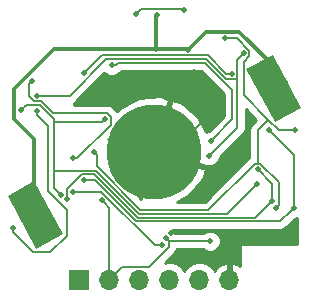
<source format=gbl>
G04 #@! TF.GenerationSoftware,KiCad,Pcbnew,5.0.0*
G04 #@! TF.CreationDate,2018-09-21T06:24:59-04:00*
G04 #@! TF.ProjectId,v1,76312E6B696361645F70636200000000,rev?*
G04 #@! TF.SameCoordinates,Original*
G04 #@! TF.FileFunction,Copper,L2,Bot,Signal*
G04 #@! TF.FilePolarity,Positive*
%FSLAX46Y46*%
G04 Gerber Fmt 4.6, Leading zero omitted, Abs format (unit mm)*
G04 Created by KiCad (PCBNEW 5.0.0) date Fri Sep 21 06:24:59 2018*
%MOMM*%
%LPD*%
G01*
G04 APERTURE LIST*
G04 #@! TA.AperFunction,ComponentPad*
%ADD10R,1.700000X1.700000*%
G04 #@! TD*
G04 #@! TA.AperFunction,ComponentPad*
%ADD11O,1.700000X1.700000*%
G04 #@! TD*
G04 #@! TA.AperFunction,BGAPad,CuDef*
%ADD12C,8.000000*%
G04 #@! TD*
G04 #@! TA.AperFunction,SMDPad,CuDef*
%ADD13C,2.540000*%
G04 #@! TD*
G04 #@! TA.AperFunction,Conductor*
%ADD14C,0.100000*%
G04 #@! TD*
G04 #@! TA.AperFunction,ViaPad*
%ADD15C,0.508000*%
G04 #@! TD*
G04 #@! TA.AperFunction,Conductor*
%ADD16C,0.152400*%
G04 #@! TD*
G04 #@! TA.AperFunction,Conductor*
%ADD17C,0.304800*%
G04 #@! TD*
G04 #@! TA.AperFunction,Conductor*
%ADD18C,0.254000*%
G04 #@! TD*
G04 APERTURE END LIST*
D10*
G04 #@! TO.P,J1,1*
G04 #@! TO.N,MISO*
X188849000Y-138620500D03*
D11*
G04 #@! TO.P,J1,2*
G04 #@! TO.N,+3V3*
X191389000Y-138620500D03*
G04 #@! TO.P,J1,3*
G04 #@! TO.N,SCK*
X193929000Y-138620500D03*
G04 #@! TO.P,J1,4*
G04 #@! TO.N,CP6*
X196469000Y-138620500D03*
G04 #@! TO.P,J1,5*
G04 #@! TO.N,RESET*
X199009000Y-138620500D03*
G04 #@! TO.P,J1,6*
G04 #@! TO.N,GND*
X201549000Y-138620500D03*
G04 #@! TD*
D12*
G04 #@! TO.P,BT1,2*
G04 #@! TO.N,GND*
X195199000Y-127762000D03*
D13*
G04 #@! TO.P,BT1,1*
G04 #@! TO.N,Net-(BT1-Pad1)*
X185106908Y-133128060D03*
D14*
G04 #@! TD*
G04 #@! TO.N,Net-(BT1-Pad1)*
G04 #@! TO.C,BT1*
G36*
X185178022Y-135966976D02*
X182793107Y-131481602D01*
X185035794Y-130289144D01*
X187420709Y-134774518D01*
X185178022Y-135966976D01*
X185178022Y-135966976D01*
G37*
D13*
G04 #@! TO.P,BT1,1*
G04 #@! TO.N,Net-(BT1-Pad1)*
X205291092Y-122395940D03*
D14*
G04 #@! TD*
G04 #@! TO.N,Net-(BT1-Pad1)*
G04 #@! TO.C,BT1*
G36*
X205362206Y-125234856D02*
X202977291Y-120749482D01*
X205219978Y-119557024D01*
X207604893Y-124042398D01*
X205362206Y-125234856D01*
X205362206Y-125234856D01*
G37*
D15*
G04 #@! TO.N,GND*
X196621400Y-134624584D03*
X199898000Y-125095000D03*
X199390000Y-130175000D03*
X191820800Y-121589800D03*
X198247000Y-126238000D03*
X190500000Y-122428000D03*
X198513700Y-120980200D03*
G04 #@! TO.N,Net-(BT1-Pad1)*
X195326000Y-119062500D03*
X195389500Y-116205000D03*
X198056500Y-119126000D03*
G04 #@! TO.N,+3V3*
X199961500Y-126873000D03*
X190754000Y-131876800D03*
X196138800Y-135077200D03*
X191566800Y-120446800D03*
X199923400Y-135331196D03*
G04 #@! TO.N,Net-(RBOT1-Pad1)*
X193624200Y-116078000D03*
X197688200Y-115747800D03*
G04 #@! TO.N,Net-(D10-Pad2)*
X203898500Y-130492496D03*
X187262359Y-131402566D03*
X183896000Y-124269500D03*
X191008000Y-125031500D03*
G04 #@! TO.N,Net-(D1-Pad2)*
X184835800Y-121767600D03*
X188316788Y-131140200D03*
X188315600Y-128295400D03*
X195854481Y-135673276D03*
G04 #@! TO.N,Net-(D10-Pad1)*
X205486000Y-132524500D03*
X201168000Y-118173500D03*
X190055500Y-127762000D03*
X207086200Y-125971300D03*
G04 #@! TO.N,Net-(D1-Pad1)*
X189261000Y-130175000D03*
X204876402Y-125958602D03*
X206971900Y-132537200D03*
G04 #@! TO.N,Net-(D11-Pad1)*
X205137000Y-131946066D03*
X187807600Y-131775200D03*
X203923191Y-129273009D03*
G04 #@! TO.N,Net-(J3-Pad1)*
X189230000Y-121094500D03*
X201739500Y-121158000D03*
G04 #@! TO.N,Net-(D12-Pad1)*
X199847200Y-128117600D03*
X202755500Y-119443500D03*
X183261000Y-134239000D03*
X185229500Y-124282222D03*
X185242200Y-123012206D03*
G04 #@! TD*
D16*
G04 #@! TO.N,GND*
X199898000Y-125095000D02*
X199390000Y-125095000D01*
X198500999Y-125984001D02*
X198247000Y-126238000D01*
X199390000Y-125095000D02*
X198500999Y-125984001D01*
X191820800Y-121589800D02*
X191338200Y-121589800D01*
X191338200Y-121589800D02*
X190500000Y-122428000D01*
X198513700Y-120980200D02*
X199898000Y-122364500D01*
X199898000Y-122364500D02*
X199898000Y-125095000D01*
D17*
G04 #@! TO.N,Net-(BT1-Pad1)*
X195326000Y-116268500D02*
X195389500Y-116205000D01*
X195326000Y-119062500D02*
X195326000Y-116268500D01*
X183324500Y-125031500D02*
X184975500Y-126682500D01*
X195326000Y-119062500D02*
X186713874Y-119062500D01*
X184975500Y-126682500D02*
X184975500Y-132996652D01*
X186713874Y-119062500D02*
X183324500Y-122451874D01*
X183324500Y-122451874D02*
X183324500Y-125031500D01*
X184975500Y-132996652D02*
X185106908Y-133128060D01*
X205291092Y-122395940D02*
X205291092Y-120518592D01*
X195326000Y-119062500D02*
X197993000Y-119062500D01*
X205291092Y-120518592D02*
X202387199Y-117614699D01*
X202387199Y-117614699D02*
X199567801Y-117614699D01*
X198310499Y-118872001D02*
X198056500Y-119126000D01*
X199567801Y-117614699D02*
X198310499Y-118872001D01*
X197993000Y-119062500D02*
X198056500Y-119126000D01*
D16*
G04 #@! TO.N,+3V3*
X191007999Y-132130799D02*
X190754000Y-131876800D01*
X191389000Y-138620500D02*
X191389000Y-132511800D01*
X191389000Y-132511800D02*
X191007999Y-132130799D01*
X191389000Y-138620500D02*
X192467601Y-137541899D01*
X196392799Y-135842251D02*
X196392799Y-135331199D01*
X196392799Y-135331199D02*
X196138800Y-135077200D01*
X194693151Y-137541899D02*
X196392799Y-135842251D01*
X192467601Y-137541899D02*
X194693151Y-137541899D01*
X196392802Y-135331196D02*
X199564190Y-135331196D01*
X196392799Y-135331199D02*
X196392802Y-135331196D01*
X199564190Y-135331196D02*
X199923400Y-135331196D01*
X199961500Y-126873000D02*
X201803000Y-125031500D01*
X199466200Y-120243600D02*
X192129210Y-120243600D01*
X201803000Y-125031500D02*
X201803000Y-122580400D01*
X201803000Y-122580400D02*
X199466200Y-120243600D01*
X192129210Y-120243600D02*
X191926010Y-120446800D01*
X191926010Y-120446800D02*
X191566800Y-120446800D01*
G04 #@! TO.N,Net-(RBOT1-Pad1)*
X193624200Y-116078000D02*
X194056000Y-115646200D01*
X194056000Y-115646200D02*
X197586600Y-115646200D01*
X197586600Y-115646200D02*
X197688200Y-115747800D01*
G04 #@! TO.N,Net-(D10-Pad2)*
X186690000Y-125285500D02*
X186690000Y-129540000D01*
X186690000Y-129413000D02*
X186690000Y-129540000D01*
X186715411Y-129387589D02*
X186690000Y-129413000D01*
X190245989Y-129387589D02*
X186715411Y-129387589D01*
X193890900Y-133032500D02*
X190245989Y-129387589D01*
X203898500Y-130492496D02*
X201358496Y-133032500D01*
X201358496Y-133032500D02*
X193890900Y-133032500D01*
X187008360Y-131148567D02*
X187262359Y-131402566D01*
X186690000Y-129540000D02*
X186690000Y-130830207D01*
X186690000Y-130830207D02*
X187008360Y-131148567D01*
X184365888Y-123799612D02*
X184149999Y-124015501D01*
X184149999Y-124015501D02*
X183896000Y-124269500D01*
X186690000Y-125015750D02*
X185473862Y-123799612D01*
X186690000Y-125285500D02*
X186690000Y-125015750D01*
X185473862Y-123799612D02*
X184365888Y-123799612D01*
X186690001Y-125285499D02*
X186690000Y-125285500D01*
X190754001Y-125285499D02*
X186690001Y-125285499D01*
X191008000Y-125031500D02*
X190754001Y-125285499D01*
G04 #@! TO.N,Net-(D1-Pad2)*
X188316788Y-131140200D02*
X190703934Y-131140200D01*
X190703934Y-131140200D02*
X195237010Y-135673276D01*
X195237010Y-135673276D02*
X195495271Y-135673276D01*
X195495271Y-135673276D02*
X195854481Y-135673276D01*
X186639200Y-124510800D02*
X185623208Y-123494808D01*
X191201550Y-124510800D02*
X186639200Y-124510800D01*
X185623208Y-123494808D02*
X185035958Y-123494808D01*
X184581801Y-122021599D02*
X184835800Y-121767600D01*
X191490601Y-124799851D02*
X191201550Y-124510800D01*
X191490601Y-125479609D02*
X191490601Y-124799851D01*
X185035958Y-123494808D02*
X184581801Y-123040651D01*
X188315600Y-128295400D02*
X188674810Y-128295400D01*
X188674810Y-128295400D02*
X191490601Y-125479609D01*
X184581801Y-123040651D02*
X184581801Y-122021599D01*
G04 #@! TO.N,Net-(D10-Pad1)*
X204164908Y-128790408D02*
X205739999Y-130365499D01*
X205739999Y-130365499D02*
X205739999Y-132270501D01*
X205739999Y-132270501D02*
X205486000Y-132524500D01*
X201527210Y-118173500D02*
X201168000Y-118173500D01*
X202199750Y-118173500D02*
X201527210Y-118173500D01*
X203238101Y-119211851D02*
X202199750Y-118173500D01*
X202748681Y-122992681D02*
X202748681Y-120164569D01*
X202748681Y-120164569D02*
X203238101Y-119675149D01*
X203238101Y-119675149D02*
X203238101Y-119211851D01*
X204825600Y-125069600D02*
X202748681Y-122992681D01*
X203936600Y-125958600D02*
X204825600Y-125069600D01*
X203936600Y-128790408D02*
X203936600Y-125958600D01*
X203936600Y-128790408D02*
X204164908Y-128790408D01*
X206726990Y-125971300D02*
X207086200Y-125971300D01*
X205727300Y-125971300D02*
X206726990Y-125971300D01*
X204825600Y-125069600D02*
X205727300Y-125971300D01*
X194005200Y-132715000D02*
X199766950Y-132715000D01*
X199766950Y-132715000D02*
X203691542Y-128790408D01*
X190309499Y-128015999D02*
X190309499Y-129019299D01*
X203691542Y-128790408D02*
X203936600Y-128790408D01*
X190055500Y-127762000D02*
X190309499Y-128015999D01*
X190309499Y-129019299D02*
X194005200Y-132715000D01*
G04 #@! TO.N,Net-(D1-Pad1)*
X204876402Y-125958602D02*
X206971900Y-128054100D01*
X206971900Y-128054100D02*
X206971900Y-132177990D01*
X206717901Y-132791199D02*
X206971900Y-132537200D01*
X193662300Y-133667500D02*
X205841600Y-133667500D01*
X205841600Y-133667500D02*
X206717901Y-132791199D01*
X190169800Y-130175000D02*
X193662300Y-133667500D01*
X206971900Y-132177990D02*
X206971900Y-132537200D01*
X189261000Y-130175000D02*
X190169800Y-130175000D01*
G04 #@! TO.N,Net-(D11-Pad1)*
X205137000Y-131946066D02*
X203733066Y-133350000D01*
X189029351Y-129692399D02*
X187807600Y-130914150D01*
X187807600Y-130914150D02*
X187807600Y-131415990D01*
X187807600Y-131415990D02*
X187807600Y-131775200D01*
X190118999Y-129692399D02*
X189029351Y-129692399D01*
X203733066Y-133350000D02*
X193776600Y-133350000D01*
X193776600Y-133350000D02*
X190118999Y-129692399D01*
X205137000Y-130486818D02*
X205137000Y-131946066D01*
X203923191Y-129273009D02*
X205137000Y-130486818D01*
G04 #@! TO.N,Net-(J3-Pad1)*
X190715899Y-119608601D02*
X189230000Y-121094500D01*
X199697101Y-119608601D02*
X190715899Y-119608601D01*
X201739500Y-121158000D02*
X201246500Y-121158000D01*
X201246500Y-121158000D02*
X199697101Y-119608601D01*
G04 #@! TO.N,Net-(D12-Pad1)*
X202222101Y-125742699D02*
X200101199Y-127863601D01*
X200101199Y-127863601D02*
X199847200Y-128117600D01*
X202755500Y-119443500D02*
X202222101Y-119976899D01*
X202222101Y-119976899D02*
X202222101Y-122885200D01*
X202222101Y-122885200D02*
X202222101Y-125742699D01*
X185229500Y-124641432D02*
X185229500Y-124282222D01*
X186182000Y-125593932D02*
X185229500Y-124641432D01*
X183261000Y-134598210D02*
X184933790Y-136271000D01*
X183261000Y-134239000D02*
X183261000Y-134598210D01*
X184933790Y-136271000D02*
X186372500Y-136271000D01*
X186372500Y-136271000D02*
X187769500Y-134874000D01*
X187769500Y-134874000D02*
X187769500Y-132667250D01*
X186182000Y-131079750D02*
X186182000Y-125593932D01*
X187769500Y-132667250D02*
X186182000Y-131079750D01*
X191099950Y-119938800D02*
X188026544Y-123012206D01*
X188026544Y-123012206D02*
X185601410Y-123012206D01*
X199592467Y-119938800D02*
X191099950Y-119938800D01*
X201294267Y-121640600D02*
X199592467Y-119938800D01*
X185601410Y-123012206D02*
X185242200Y-123012206D01*
X202209400Y-121640600D02*
X201294267Y-121640600D01*
G04 #@! TD*
D18*
G04 #@! TO.N,GND*
G36*
X207251300Y-135562042D02*
X202589077Y-135610607D01*
X202543151Y-135619716D01*
X202501636Y-135646771D01*
X202473634Y-135687654D01*
X202463408Y-135736140D01*
X202443534Y-137465151D01*
X202315924Y-137348855D01*
X201905890Y-137179024D01*
X201676000Y-137300345D01*
X201676000Y-138493500D01*
X201696000Y-138493500D01*
X201696000Y-138747500D01*
X201676000Y-138747500D01*
X201676000Y-138767500D01*
X201422000Y-138767500D01*
X201422000Y-138747500D01*
X201402000Y-138747500D01*
X201402000Y-138493500D01*
X201422000Y-138493500D01*
X201422000Y-137300345D01*
X201192110Y-137179024D01*
X200782076Y-137348855D01*
X200353817Y-137739142D01*
X200292843Y-137868978D01*
X200079625Y-137549875D01*
X199588418Y-137221661D01*
X199155256Y-137135500D01*
X198862744Y-137135500D01*
X198429582Y-137221661D01*
X197938375Y-137549875D01*
X197739000Y-137848261D01*
X197539625Y-137549875D01*
X197048418Y-137221661D01*
X196615256Y-137135500D01*
X196322744Y-137135500D01*
X196051356Y-137189482D01*
X196846168Y-136394671D01*
X196905544Y-136354997D01*
X196945219Y-136295620D01*
X196945223Y-136295616D01*
X197062734Y-136119749D01*
X197062734Y-136119748D01*
X197062735Y-136119747D01*
X197078121Y-136042396D01*
X199377364Y-136042396D01*
X199419822Y-136084854D01*
X199746567Y-136220196D01*
X200100233Y-136220196D01*
X200426978Y-136084854D01*
X200677058Y-135834774D01*
X200812400Y-135508029D01*
X200812400Y-135154363D01*
X200677058Y-134827618D01*
X200426978Y-134577538D01*
X200100233Y-134442196D01*
X199746567Y-134442196D01*
X199419822Y-134577538D01*
X199377364Y-134619996D01*
X196911667Y-134619996D01*
X196892458Y-134573622D01*
X196697536Y-134378700D01*
X205771559Y-134378700D01*
X205841600Y-134392632D01*
X205911641Y-134378700D01*
X205911646Y-134378700D01*
X206119096Y-134337436D01*
X206354346Y-134180246D01*
X206394024Y-134120864D01*
X207088689Y-133426200D01*
X207148733Y-133426200D01*
X207251300Y-133383715D01*
X207251300Y-135562042D01*
X207251300Y-135562042D01*
G37*
X207251300Y-135562042D02*
X202589077Y-135610607D01*
X202543151Y-135619716D01*
X202501636Y-135646771D01*
X202473634Y-135687654D01*
X202463408Y-135736140D01*
X202443534Y-137465151D01*
X202315924Y-137348855D01*
X201905890Y-137179024D01*
X201676000Y-137300345D01*
X201676000Y-138493500D01*
X201696000Y-138493500D01*
X201696000Y-138747500D01*
X201676000Y-138747500D01*
X201676000Y-138767500D01*
X201422000Y-138767500D01*
X201422000Y-138747500D01*
X201402000Y-138747500D01*
X201402000Y-138493500D01*
X201422000Y-138493500D01*
X201422000Y-137300345D01*
X201192110Y-137179024D01*
X200782076Y-137348855D01*
X200353817Y-137739142D01*
X200292843Y-137868978D01*
X200079625Y-137549875D01*
X199588418Y-137221661D01*
X199155256Y-137135500D01*
X198862744Y-137135500D01*
X198429582Y-137221661D01*
X197938375Y-137549875D01*
X197739000Y-137848261D01*
X197539625Y-137549875D01*
X197048418Y-137221661D01*
X196615256Y-137135500D01*
X196322744Y-137135500D01*
X196051356Y-137189482D01*
X196846168Y-136394671D01*
X196905544Y-136354997D01*
X196945219Y-136295620D01*
X196945223Y-136295616D01*
X197062734Y-136119749D01*
X197062734Y-136119748D01*
X197062735Y-136119747D01*
X197078121Y-136042396D01*
X199377364Y-136042396D01*
X199419822Y-136084854D01*
X199746567Y-136220196D01*
X200100233Y-136220196D01*
X200426978Y-136084854D01*
X200677058Y-135834774D01*
X200812400Y-135508029D01*
X200812400Y-135154363D01*
X200677058Y-134827618D01*
X200426978Y-134577538D01*
X200100233Y-134442196D01*
X199746567Y-134442196D01*
X199419822Y-134577538D01*
X199377364Y-134619996D01*
X196911667Y-134619996D01*
X196892458Y-134573622D01*
X196697536Y-134378700D01*
X205771559Y-134378700D01*
X205841600Y-134392632D01*
X205911641Y-134378700D01*
X205911646Y-134378700D01*
X206119096Y-134337436D01*
X206354346Y-134180246D01*
X206394024Y-134120864D01*
X207088689Y-133426200D01*
X207148733Y-133426200D01*
X207251300Y-133383715D01*
X207251300Y-135562042D01*
G36*
X201091801Y-122874990D02*
X201091800Y-124736911D01*
X199844712Y-125984000D01*
X199784667Y-125984000D01*
X199547812Y-126082108D01*
X198895402Y-124817541D01*
X197487234Y-123627123D01*
X197384055Y-123571682D01*
X196655212Y-123433324D01*
X195357582Y-127677681D01*
X199574790Y-128967011D01*
X199670367Y-129006600D01*
X200024033Y-129006600D01*
X200350778Y-128871258D01*
X200600858Y-128621178D01*
X200736200Y-128294433D01*
X200736200Y-128234388D01*
X202675468Y-126295121D01*
X202734847Y-126255445D01*
X202774523Y-126196066D01*
X202774525Y-126196064D01*
X202892036Y-126020197D01*
X202892036Y-126020196D01*
X202892037Y-126020195D01*
X202933301Y-125812745D01*
X202933301Y-125812742D01*
X202947233Y-125742700D01*
X202933301Y-125672658D01*
X202933301Y-124183089D01*
X203819811Y-125069600D01*
X203483234Y-125406178D01*
X203423855Y-125445854D01*
X203384179Y-125505233D01*
X203384176Y-125505236D01*
X203266665Y-125681104D01*
X203211468Y-125958600D01*
X203225401Y-126028646D01*
X203225400Y-128246522D01*
X203178796Y-128277662D01*
X203139120Y-128337041D01*
X199472362Y-132003800D01*
X197086313Y-132003800D01*
X198143459Y-131458402D01*
X199333877Y-130050234D01*
X199389318Y-129947055D01*
X199527676Y-129218212D01*
X195283319Y-127920582D01*
X194096964Y-131800975D01*
X193893549Y-131597560D01*
X194928623Y-128211985D01*
X195184859Y-127955749D01*
X195005251Y-127776141D01*
X194959739Y-127821653D01*
X191279506Y-126696493D01*
X191482921Y-126493078D01*
X194749015Y-127491623D01*
X195005251Y-127747859D01*
X195184859Y-127568251D01*
X195139347Y-127522739D01*
X196412311Y-123359061D01*
X195730703Y-123066202D01*
X193893226Y-123220175D01*
X192254541Y-124065598D01*
X192031574Y-124329350D01*
X192003347Y-124287105D01*
X191943965Y-124247427D01*
X191753973Y-124057435D01*
X191714296Y-123998054D01*
X191479046Y-123840864D01*
X191271596Y-123799600D01*
X191271591Y-123799600D01*
X191201550Y-123785668D01*
X191131509Y-123799600D01*
X188391800Y-123799600D01*
X188391800Y-123623502D01*
X188539290Y-123524952D01*
X188578968Y-123465570D01*
X190953651Y-121090887D01*
X191063222Y-121200458D01*
X191389967Y-121335800D01*
X191743633Y-121335800D01*
X192070378Y-121200458D01*
X192141832Y-121129004D01*
X192203506Y-121116736D01*
X192438756Y-120959546D01*
X192441927Y-120954800D01*
X199171612Y-120954800D01*
X201091801Y-122874990D01*
X201091801Y-122874990D01*
G37*
X201091801Y-122874990D02*
X201091800Y-124736911D01*
X199844712Y-125984000D01*
X199784667Y-125984000D01*
X199547812Y-126082108D01*
X198895402Y-124817541D01*
X197487234Y-123627123D01*
X197384055Y-123571682D01*
X196655212Y-123433324D01*
X195357582Y-127677681D01*
X199574790Y-128967011D01*
X199670367Y-129006600D01*
X200024033Y-129006600D01*
X200350778Y-128871258D01*
X200600858Y-128621178D01*
X200736200Y-128294433D01*
X200736200Y-128234388D01*
X202675468Y-126295121D01*
X202734847Y-126255445D01*
X202774523Y-126196066D01*
X202774525Y-126196064D01*
X202892036Y-126020197D01*
X202892036Y-126020196D01*
X202892037Y-126020195D01*
X202933301Y-125812745D01*
X202933301Y-125812742D01*
X202947233Y-125742700D01*
X202933301Y-125672658D01*
X202933301Y-124183089D01*
X203819811Y-125069600D01*
X203483234Y-125406178D01*
X203423855Y-125445854D01*
X203384179Y-125505233D01*
X203384176Y-125505236D01*
X203266665Y-125681104D01*
X203211468Y-125958600D01*
X203225401Y-126028646D01*
X203225400Y-128246522D01*
X203178796Y-128277662D01*
X203139120Y-128337041D01*
X199472362Y-132003800D01*
X197086313Y-132003800D01*
X198143459Y-131458402D01*
X199333877Y-130050234D01*
X199389318Y-129947055D01*
X199527676Y-129218212D01*
X195283319Y-127920582D01*
X194096964Y-131800975D01*
X193893549Y-131597560D01*
X194928623Y-128211985D01*
X195184859Y-127955749D01*
X195005251Y-127776141D01*
X194959739Y-127821653D01*
X191279506Y-126696493D01*
X191482921Y-126493078D01*
X194749015Y-127491623D01*
X195005251Y-127747859D01*
X195184859Y-127568251D01*
X195139347Y-127522739D01*
X196412311Y-123359061D01*
X195730703Y-123066202D01*
X193893226Y-123220175D01*
X192254541Y-124065598D01*
X192031574Y-124329350D01*
X192003347Y-124287105D01*
X191943965Y-124247427D01*
X191753973Y-124057435D01*
X191714296Y-123998054D01*
X191479046Y-123840864D01*
X191271596Y-123799600D01*
X191271591Y-123799600D01*
X191201550Y-123785668D01*
X191131509Y-123799600D01*
X188391800Y-123799600D01*
X188391800Y-123623502D01*
X188539290Y-123524952D01*
X188578968Y-123465570D01*
X190953651Y-121090887D01*
X191063222Y-121200458D01*
X191389967Y-121335800D01*
X191743633Y-121335800D01*
X192070378Y-121200458D01*
X192141832Y-121129004D01*
X192203506Y-121116736D01*
X192438756Y-120959546D01*
X192441927Y-120954800D01*
X199171612Y-120954800D01*
X201091801Y-122874990D01*
G04 #@! TD*
M02*

</source>
